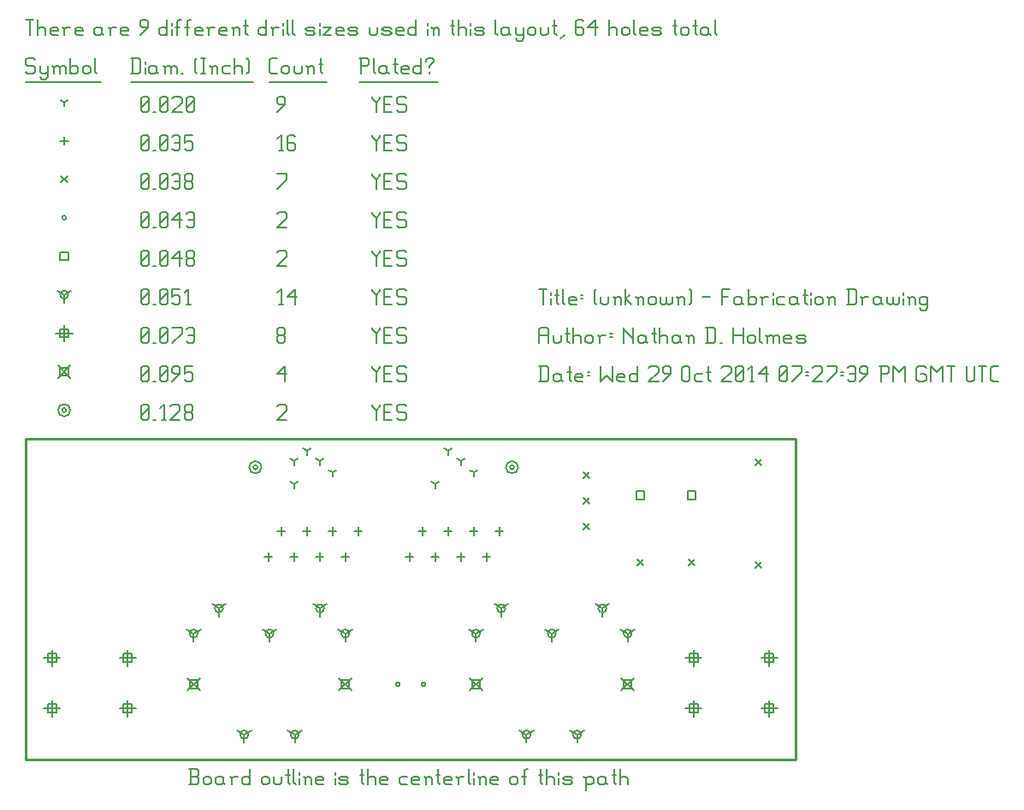
<source format=gbr>
G04 start of page 12 for group -3984 idx -3984 *
G04 Title: (unknown), fab *
G04 Creator: pcb 20110918 *
G04 CreationDate: Wed 29 Oct 2014 07:27:39 PM GMT UTC *
G04 For: ndholmes *
G04 Format: Gerber/RS-274X *
G04 PCB-Dimensions: 300000 125000 *
G04 PCB-Coordinate-Origin: lower left *
%MOIN*%
%FSLAX25Y25*%
%LNFAB*%
%ADD90C,0.0100*%
%ADD89C,0.0060*%
%ADD88C,0.0080*%
G54D88*X188700Y114000D02*G75*G03X190300Y114000I800J0D01*G01*
G75*G03X188700Y114000I-800J0D01*G01*
X187100D02*G75*G03X191900Y114000I2400J0D01*G01*
G75*G03X187100Y114000I-2400J0D01*G01*
X88700D02*G75*G03X90300Y114000I800J0D01*G01*
G75*G03X88700Y114000I-800J0D01*G01*
X87100D02*G75*G03X91900Y114000I2400J0D01*G01*
G75*G03X87100Y114000I-2400J0D01*G01*
X14200Y136250D02*G75*G03X15800Y136250I800J0D01*G01*
G75*G03X14200Y136250I-800J0D01*G01*
X12600D02*G75*G03X17400Y136250I2400J0D01*G01*
G75*G03X12600Y136250I-2400J0D01*G01*
G54D89*X135000Y138500D02*Y137750D01*
X136500Y136250D01*
X138000Y137750D01*
Y138500D02*Y137750D01*
X136500Y136250D02*Y132500D01*
X139800Y135500D02*X142050D01*
X139800Y132500D02*X142800D01*
X139800Y138500D02*Y132500D01*
Y138500D02*X142800D01*
X147600D02*X148350Y137750D01*
X145350Y138500D02*X147600D01*
X144600Y137750D02*X145350Y138500D01*
X144600Y137750D02*Y136250D01*
X145350Y135500D01*
X147600D01*
X148350Y134750D01*
Y133250D01*
X147600Y132500D02*X148350Y133250D01*
X145350Y132500D02*X147600D01*
X144600Y133250D02*X145350Y132500D01*
X98000Y137750D02*X98750Y138500D01*
X101000D01*
X101750Y137750D01*
Y136250D01*
X98000Y132500D02*X101750Y136250D01*
X98000Y132500D02*X101750D01*
X45000Y133250D02*X45750Y132500D01*
X45000Y137750D02*Y133250D01*
Y137750D02*X45750Y138500D01*
X47250D01*
X48000Y137750D01*
Y133250D01*
X47250Y132500D02*X48000Y133250D01*
X45750Y132500D02*X47250D01*
X45000Y134000D02*X48000Y137000D01*
X49800Y132500D02*X50550D01*
X53100D02*X54600D01*
X53850Y138500D02*Y132500D01*
X52350Y137000D02*X53850Y138500D01*
X56400Y137750D02*X57150Y138500D01*
X59400D01*
X60150Y137750D01*
Y136250D01*
X56400Y132500D02*X60150Y136250D01*
X56400Y132500D02*X60150D01*
X61950Y133250D02*X62700Y132500D01*
X61950Y134750D02*Y133250D01*
Y134750D02*X62700Y135500D01*
X64200D01*
X64950Y134750D01*
Y133250D01*
X64200Y132500D02*X64950Y133250D01*
X62700Y132500D02*X64200D01*
X61950Y136250D02*X62700Y135500D01*
X61950Y137750D02*Y136250D01*
Y137750D02*X62700Y138500D01*
X64200D01*
X64950Y137750D01*
Y136250D01*
X64200Y135500D02*X64950Y136250D01*
X122150Y31900D02*X126950Y27100D01*
X122150D02*X126950Y31900D01*
X122950Y31100D02*X126150D01*
X122950D02*Y27900D01*
X126150D01*
Y31100D02*Y27900D01*
X63050Y31900D02*X67850Y27100D01*
X63050D02*X67850Y31900D01*
X63850Y31100D02*X67050D01*
X63850D02*Y27900D01*
X67050D01*
Y31100D02*Y27900D01*
X232150Y31900D02*X236950Y27100D01*
X232150D02*X236950Y31900D01*
X232950Y31100D02*X236150D01*
X232950D02*Y27900D01*
X236150D01*
Y31100D02*Y27900D01*
X173050Y31900D02*X177850Y27100D01*
X173050D02*X177850Y31900D01*
X173850Y31100D02*X177050D01*
X173850D02*Y27900D01*
X177050D01*
Y31100D02*Y27900D01*
X12600Y153650D02*X17400Y148850D01*
X12600D02*X17400Y153650D01*
X13400Y152850D02*X16600D01*
X13400D02*Y149650D01*
X16600D01*
Y152850D02*Y149650D01*
X135000Y153500D02*Y152750D01*
X136500Y151250D01*
X138000Y152750D01*
Y153500D02*Y152750D01*
X136500Y151250D02*Y147500D01*
X139800Y150500D02*X142050D01*
X139800Y147500D02*X142800D01*
X139800Y153500D02*Y147500D01*
Y153500D02*X142800D01*
X147600D02*X148350Y152750D01*
X145350Y153500D02*X147600D01*
X144600Y152750D02*X145350Y153500D01*
X144600Y152750D02*Y151250D01*
X145350Y150500D01*
X147600D01*
X148350Y149750D01*
Y148250D01*
X147600Y147500D02*X148350Y148250D01*
X145350Y147500D02*X147600D01*
X144600Y148250D02*X145350Y147500D01*
X98000Y150500D02*X101000Y153500D01*
X98000Y150500D02*X101750D01*
X101000Y153500D02*Y147500D01*
X45000Y148250D02*X45750Y147500D01*
X45000Y152750D02*Y148250D01*
Y152750D02*X45750Y153500D01*
X47250D01*
X48000Y152750D01*
Y148250D01*
X47250Y147500D02*X48000Y148250D01*
X45750Y147500D02*X47250D01*
X45000Y149000D02*X48000Y152000D01*
X49800Y147500D02*X50550D01*
X52350Y148250D02*X53100Y147500D01*
X52350Y152750D02*Y148250D01*
Y152750D02*X53100Y153500D01*
X54600D01*
X55350Y152750D01*
Y148250D01*
X54600Y147500D02*X55350Y148250D01*
X53100Y147500D02*X54600D01*
X52350Y149000D02*X55350Y152000D01*
X57150Y147500D02*X60150Y150500D01*
Y152750D02*Y150500D01*
X59400Y153500D02*X60150Y152750D01*
X57900Y153500D02*X59400D01*
X57150Y152750D02*X57900Y153500D01*
X57150Y152750D02*Y151250D01*
X57900Y150500D01*
X60150D01*
X61950Y153500D02*X64950D01*
X61950D02*Y150500D01*
X62700Y151250D01*
X64200D01*
X64950Y150500D01*
Y148250D01*
X64200Y147500D02*X64950Y148250D01*
X62700Y147500D02*X64200D01*
X61950Y148250D02*X62700Y147500D01*
X10250Y23200D02*Y16800D01*
X7050Y20000D02*X13450D01*
X8650Y21600D02*X11850D01*
X8650D02*Y18400D01*
X11850D01*
Y21600D02*Y18400D01*
X10250Y42900D02*Y36500D01*
X7050Y39700D02*X13450D01*
X8650Y41300D02*X11850D01*
X8650D02*Y38100D01*
X11850D01*
Y41300D02*Y38100D01*
X39750Y23200D02*Y16800D01*
X36550Y20000D02*X42950D01*
X38150Y21600D02*X41350D01*
X38150D02*Y18400D01*
X41350D01*
Y21600D02*Y18400D01*
X39750Y42900D02*Y36500D01*
X36550Y39700D02*X42950D01*
X38150Y41300D02*X41350D01*
X38150D02*Y38100D01*
X41350D01*
Y41300D02*Y38100D01*
X260250Y23200D02*Y16800D01*
X257050Y20000D02*X263450D01*
X258650Y21600D02*X261850D01*
X258650D02*Y18400D01*
X261850D01*
Y21600D02*Y18400D01*
X260250Y42900D02*Y36500D01*
X257050Y39700D02*X263450D01*
X258650Y41300D02*X261850D01*
X258650D02*Y38100D01*
X261850D01*
Y41300D02*Y38100D01*
X289750Y23200D02*Y16800D01*
X286550Y20000D02*X292950D01*
X288150Y21600D02*X291350D01*
X288150D02*Y18400D01*
X291350D01*
Y21600D02*Y18400D01*
X289750Y42900D02*Y36500D01*
X286550Y39700D02*X292950D01*
X288150Y41300D02*X291350D01*
X288150D02*Y38100D01*
X291350D01*
Y41300D02*Y38100D01*
X15000Y169450D02*Y163050D01*
X11800Y166250D02*X18200D01*
X13400Y167850D02*X16600D01*
X13400D02*Y164650D01*
X16600D01*
Y167850D02*Y164650D01*
X135000Y168500D02*Y167750D01*
X136500Y166250D01*
X138000Y167750D01*
Y168500D02*Y167750D01*
X136500Y166250D02*Y162500D01*
X139800Y165500D02*X142050D01*
X139800Y162500D02*X142800D01*
X139800Y168500D02*Y162500D01*
Y168500D02*X142800D01*
X147600D02*X148350Y167750D01*
X145350Y168500D02*X147600D01*
X144600Y167750D02*X145350Y168500D01*
X144600Y167750D02*Y166250D01*
X145350Y165500D01*
X147600D01*
X148350Y164750D01*
Y163250D01*
X147600Y162500D02*X148350Y163250D01*
X145350Y162500D02*X147600D01*
X144600Y163250D02*X145350Y162500D01*
X98000Y163250D02*X98750Y162500D01*
X98000Y164750D02*Y163250D01*
Y164750D02*X98750Y165500D01*
X100250D01*
X101000Y164750D01*
Y163250D01*
X100250Y162500D02*X101000Y163250D01*
X98750Y162500D02*X100250D01*
X98000Y166250D02*X98750Y165500D01*
X98000Y167750D02*Y166250D01*
Y167750D02*X98750Y168500D01*
X100250D01*
X101000Y167750D01*
Y166250D01*
X100250Y165500D02*X101000Y166250D01*
X45000Y163250D02*X45750Y162500D01*
X45000Y167750D02*Y163250D01*
Y167750D02*X45750Y168500D01*
X47250D01*
X48000Y167750D01*
Y163250D01*
X47250Y162500D02*X48000Y163250D01*
X45750Y162500D02*X47250D01*
X45000Y164000D02*X48000Y167000D01*
X49800Y162500D02*X50550D01*
X52350Y163250D02*X53100Y162500D01*
X52350Y167750D02*Y163250D01*
Y167750D02*X53100Y168500D01*
X54600D01*
X55350Y167750D01*
Y163250D01*
X54600Y162500D02*X55350Y163250D01*
X53100Y162500D02*X54600D01*
X52350Y164000D02*X55350Y167000D01*
X57150Y162500D02*X60900Y166250D01*
Y168500D02*Y166250D01*
X57150Y168500D02*X60900D01*
X62700Y167750D02*X63450Y168500D01*
X64950D01*
X65700Y167750D01*
Y163250D01*
X64950Y162500D02*X65700Y163250D01*
X63450Y162500D02*X64950D01*
X62700Y163250D02*X63450Y162500D01*
Y165500D02*X65700D01*
X104850Y9800D02*Y6600D01*
Y9800D02*X107623Y11400D01*
X104850Y9800D02*X102077Y11400D01*
X103250Y9800D02*G75*G03X106450Y9800I1600J0D01*G01*
G75*G03X103250Y9800I-1600J0D01*G01*
X85150D02*Y6600D01*
Y9800D02*X87923Y11400D01*
X85150Y9800D02*X82377Y11400D01*
X83550Y9800D02*G75*G03X86750Y9800I1600J0D01*G01*
G75*G03X83550Y9800I-1600J0D01*G01*
X124550Y49200D02*Y46000D01*
Y49200D02*X127323Y50800D01*
X124550Y49200D02*X121777Y50800D01*
X122950Y49200D02*G75*G03X126150Y49200I1600J0D01*G01*
G75*G03X122950Y49200I-1600J0D01*G01*
X95000D02*Y46000D01*
Y49200D02*X97773Y50800D01*
X95000Y49200D02*X92227Y50800D01*
X93400Y49200D02*G75*G03X96600Y49200I1600J0D01*G01*
G75*G03X93400Y49200I-1600J0D01*G01*
X65450D02*Y46000D01*
Y49200D02*X68223Y50800D01*
X65450Y49200D02*X62677Y50800D01*
X63850Y49200D02*G75*G03X67050Y49200I1600J0D01*G01*
G75*G03X63850Y49200I-1600J0D01*G01*
X114700Y59000D02*Y55800D01*
Y59000D02*X117473Y60600D01*
X114700Y59000D02*X111927Y60600D01*
X113100Y59000D02*G75*G03X116300Y59000I1600J0D01*G01*
G75*G03X113100Y59000I-1600J0D01*G01*
X75300D02*Y55800D01*
Y59000D02*X78073Y60600D01*
X75300Y59000D02*X72527Y60600D01*
X73700Y59000D02*G75*G03X76900Y59000I1600J0D01*G01*
G75*G03X73700Y59000I-1600J0D01*G01*
X214850Y9800D02*Y6600D01*
Y9800D02*X217623Y11400D01*
X214850Y9800D02*X212077Y11400D01*
X213250Y9800D02*G75*G03X216450Y9800I1600J0D01*G01*
G75*G03X213250Y9800I-1600J0D01*G01*
X195150D02*Y6600D01*
Y9800D02*X197923Y11400D01*
X195150Y9800D02*X192377Y11400D01*
X193550Y9800D02*G75*G03X196750Y9800I1600J0D01*G01*
G75*G03X193550Y9800I-1600J0D01*G01*
X234550Y49200D02*Y46000D01*
Y49200D02*X237323Y50800D01*
X234550Y49200D02*X231777Y50800D01*
X232950Y49200D02*G75*G03X236150Y49200I1600J0D01*G01*
G75*G03X232950Y49200I-1600J0D01*G01*
X205000D02*Y46000D01*
Y49200D02*X207773Y50800D01*
X205000Y49200D02*X202227Y50800D01*
X203400Y49200D02*G75*G03X206600Y49200I1600J0D01*G01*
G75*G03X203400Y49200I-1600J0D01*G01*
X175450D02*Y46000D01*
Y49200D02*X178223Y50800D01*
X175450Y49200D02*X172677Y50800D01*
X173850Y49200D02*G75*G03X177050Y49200I1600J0D01*G01*
G75*G03X173850Y49200I-1600J0D01*G01*
X224700Y59000D02*Y55800D01*
Y59000D02*X227473Y60600D01*
X224700Y59000D02*X221927Y60600D01*
X223100Y59000D02*G75*G03X226300Y59000I1600J0D01*G01*
G75*G03X223100Y59000I-1600J0D01*G01*
X185300D02*Y55800D01*
Y59000D02*X188073Y60600D01*
X185300Y59000D02*X182527Y60600D01*
X183700Y59000D02*G75*G03X186900Y59000I1600J0D01*G01*
G75*G03X183700Y59000I-1600J0D01*G01*
X15000Y181250D02*Y178050D01*
Y181250D02*X17773Y182850D01*
X15000Y181250D02*X12227Y182850D01*
X13400Y181250D02*G75*G03X16600Y181250I1600J0D01*G01*
G75*G03X13400Y181250I-1600J0D01*G01*
X135000Y183500D02*Y182750D01*
X136500Y181250D01*
X138000Y182750D01*
Y183500D02*Y182750D01*
X136500Y181250D02*Y177500D01*
X139800Y180500D02*X142050D01*
X139800Y177500D02*X142800D01*
X139800Y183500D02*Y177500D01*
Y183500D02*X142800D01*
X147600D02*X148350Y182750D01*
X145350Y183500D02*X147600D01*
X144600Y182750D02*X145350Y183500D01*
X144600Y182750D02*Y181250D01*
X145350Y180500D01*
X147600D01*
X148350Y179750D01*
Y178250D01*
X147600Y177500D02*X148350Y178250D01*
X145350Y177500D02*X147600D01*
X144600Y178250D02*X145350Y177500D01*
X98750D02*X100250D01*
X99500Y183500D02*Y177500D01*
X98000Y182000D02*X99500Y183500D01*
X102050Y180500D02*X105050Y183500D01*
X102050Y180500D02*X105800D01*
X105050Y183500D02*Y177500D01*
X45000Y178250D02*X45750Y177500D01*
X45000Y182750D02*Y178250D01*
Y182750D02*X45750Y183500D01*
X47250D01*
X48000Y182750D01*
Y178250D01*
X47250Y177500D02*X48000Y178250D01*
X45750Y177500D02*X47250D01*
X45000Y179000D02*X48000Y182000D01*
X49800Y177500D02*X50550D01*
X52350Y178250D02*X53100Y177500D01*
X52350Y182750D02*Y178250D01*
Y182750D02*X53100Y183500D01*
X54600D01*
X55350Y182750D01*
Y178250D01*
X54600Y177500D02*X55350Y178250D01*
X53100Y177500D02*X54600D01*
X52350Y179000D02*X55350Y182000D01*
X57150Y183500D02*X60150D01*
X57150D02*Y180500D01*
X57900Y181250D01*
X59400D01*
X60150Y180500D01*
Y178250D01*
X59400Y177500D02*X60150Y178250D01*
X57900Y177500D02*X59400D01*
X57150Y178250D02*X57900Y177500D01*
X62700D02*X64200D01*
X63450Y183500D02*Y177500D01*
X61950Y182000D02*X63450Y183500D01*
X257900Y104600D02*X261100D01*
X257900D02*Y101400D01*
X261100D01*
Y104600D02*Y101400D01*
X237900Y104600D02*X241100D01*
X237900D02*Y101400D01*
X241100D01*
Y104600D02*Y101400D01*
X13400Y197850D02*X16600D01*
X13400D02*Y194650D01*
X16600D01*
Y197850D02*Y194650D01*
X135000Y198500D02*Y197750D01*
X136500Y196250D01*
X138000Y197750D01*
Y198500D02*Y197750D01*
X136500Y196250D02*Y192500D01*
X139800Y195500D02*X142050D01*
X139800Y192500D02*X142800D01*
X139800Y198500D02*Y192500D01*
Y198500D02*X142800D01*
X147600D02*X148350Y197750D01*
X145350Y198500D02*X147600D01*
X144600Y197750D02*X145350Y198500D01*
X144600Y197750D02*Y196250D01*
X145350Y195500D01*
X147600D01*
X148350Y194750D01*
Y193250D01*
X147600Y192500D02*X148350Y193250D01*
X145350Y192500D02*X147600D01*
X144600Y193250D02*X145350Y192500D01*
X98000Y197750D02*X98750Y198500D01*
X101000D01*
X101750Y197750D01*
Y196250D01*
X98000Y192500D02*X101750Y196250D01*
X98000Y192500D02*X101750D01*
X45000Y193250D02*X45750Y192500D01*
X45000Y197750D02*Y193250D01*
Y197750D02*X45750Y198500D01*
X47250D01*
X48000Y197750D01*
Y193250D01*
X47250Y192500D02*X48000Y193250D01*
X45750Y192500D02*X47250D01*
X45000Y194000D02*X48000Y197000D01*
X49800Y192500D02*X50550D01*
X52350Y193250D02*X53100Y192500D01*
X52350Y197750D02*Y193250D01*
Y197750D02*X53100Y198500D01*
X54600D01*
X55350Y197750D01*
Y193250D01*
X54600Y192500D02*X55350Y193250D01*
X53100Y192500D02*X54600D01*
X52350Y194000D02*X55350Y197000D01*
X57150Y195500D02*X60150Y198500D01*
X57150Y195500D02*X60900D01*
X60150Y198500D02*Y192500D01*
X62700Y193250D02*X63450Y192500D01*
X62700Y194750D02*Y193250D01*
Y194750D02*X63450Y195500D01*
X64950D01*
X65700Y194750D01*
Y193250D01*
X64950Y192500D02*X65700Y193250D01*
X63450Y192500D02*X64950D01*
X62700Y196250D02*X63450Y195500D01*
X62700Y197750D02*Y196250D01*
Y197750D02*X63450Y198500D01*
X64950D01*
X65700Y197750D01*
Y196250D01*
X64950Y195500D02*X65700Y196250D01*
X144200Y29500D02*G75*G03X145800Y29500I800J0D01*G01*
G75*G03X144200Y29500I-800J0D01*G01*
X154200D02*G75*G03X155800Y29500I800J0D01*G01*
G75*G03X154200Y29500I-800J0D01*G01*
X14200Y211250D02*G75*G03X15800Y211250I800J0D01*G01*
G75*G03X14200Y211250I-800J0D01*G01*
X135000Y213500D02*Y212750D01*
X136500Y211250D01*
X138000Y212750D01*
Y213500D02*Y212750D01*
X136500Y211250D02*Y207500D01*
X139800Y210500D02*X142050D01*
X139800Y207500D02*X142800D01*
X139800Y213500D02*Y207500D01*
Y213500D02*X142800D01*
X147600D02*X148350Y212750D01*
X145350Y213500D02*X147600D01*
X144600Y212750D02*X145350Y213500D01*
X144600Y212750D02*Y211250D01*
X145350Y210500D01*
X147600D01*
X148350Y209750D01*
Y208250D01*
X147600Y207500D02*X148350Y208250D01*
X145350Y207500D02*X147600D01*
X144600Y208250D02*X145350Y207500D01*
X98000Y212750D02*X98750Y213500D01*
X101000D01*
X101750Y212750D01*
Y211250D01*
X98000Y207500D02*X101750Y211250D01*
X98000Y207500D02*X101750D01*
X45000Y208250D02*X45750Y207500D01*
X45000Y212750D02*Y208250D01*
Y212750D02*X45750Y213500D01*
X47250D01*
X48000Y212750D01*
Y208250D01*
X47250Y207500D02*X48000Y208250D01*
X45750Y207500D02*X47250D01*
X45000Y209000D02*X48000Y212000D01*
X49800Y207500D02*X50550D01*
X52350Y208250D02*X53100Y207500D01*
X52350Y212750D02*Y208250D01*
Y212750D02*X53100Y213500D01*
X54600D01*
X55350Y212750D01*
Y208250D01*
X54600Y207500D02*X55350Y208250D01*
X53100Y207500D02*X54600D01*
X52350Y209000D02*X55350Y212000D01*
X57150Y210500D02*X60150Y213500D01*
X57150Y210500D02*X60900D01*
X60150Y213500D02*Y207500D01*
X62700Y212750D02*X63450Y213500D01*
X64950D01*
X65700Y212750D01*
Y208250D01*
X64950Y207500D02*X65700Y208250D01*
X63450Y207500D02*X64950D01*
X62700Y208250D02*X63450Y207500D01*
Y210500D02*X65700D01*
X284300Y77200D02*X286700Y74800D01*
X284300D02*X286700Y77200D01*
X284300Y117200D02*X286700Y114800D01*
X284300D02*X286700Y117200D01*
X258300Y78200D02*X260700Y75800D01*
X258300D02*X260700Y78200D01*
X238300D02*X240700Y75800D01*
X238300D02*X240700Y78200D01*
X217300Y112200D02*X219700Y109800D01*
X217300D02*X219700Y112200D01*
X217300Y102200D02*X219700Y99800D01*
X217300D02*X219700Y102200D01*
X217300Y92200D02*X219700Y89800D01*
X217300D02*X219700Y92200D01*
X13800Y227450D02*X16200Y225050D01*
X13800D02*X16200Y227450D01*
X135000Y228500D02*Y227750D01*
X136500Y226250D01*
X138000Y227750D01*
Y228500D02*Y227750D01*
X136500Y226250D02*Y222500D01*
X139800Y225500D02*X142050D01*
X139800Y222500D02*X142800D01*
X139800Y228500D02*Y222500D01*
Y228500D02*X142800D01*
X147600D02*X148350Y227750D01*
X145350Y228500D02*X147600D01*
X144600Y227750D02*X145350Y228500D01*
X144600Y227750D02*Y226250D01*
X145350Y225500D01*
X147600D01*
X148350Y224750D01*
Y223250D01*
X147600Y222500D02*X148350Y223250D01*
X145350Y222500D02*X147600D01*
X144600Y223250D02*X145350Y222500D01*
X98000D02*X101750Y226250D01*
Y228500D02*Y226250D01*
X98000Y228500D02*X101750D01*
X45000Y223250D02*X45750Y222500D01*
X45000Y227750D02*Y223250D01*
Y227750D02*X45750Y228500D01*
X47250D01*
X48000Y227750D01*
Y223250D01*
X47250Y222500D02*X48000Y223250D01*
X45750Y222500D02*X47250D01*
X45000Y224000D02*X48000Y227000D01*
X49800Y222500D02*X50550D01*
X52350Y223250D02*X53100Y222500D01*
X52350Y227750D02*Y223250D01*
Y227750D02*X53100Y228500D01*
X54600D01*
X55350Y227750D01*
Y223250D01*
X54600Y222500D02*X55350Y223250D01*
X53100Y222500D02*X54600D01*
X52350Y224000D02*X55350Y227000D01*
X57150Y227750D02*X57900Y228500D01*
X59400D01*
X60150Y227750D01*
Y223250D01*
X59400Y222500D02*X60150Y223250D01*
X57900Y222500D02*X59400D01*
X57150Y223250D02*X57900Y222500D01*
Y225500D02*X60150D01*
X61950Y223250D02*X62700Y222500D01*
X61950Y224750D02*Y223250D01*
Y224750D02*X62700Y225500D01*
X64200D01*
X64950Y224750D01*
Y223250D01*
X64200Y222500D02*X64950Y223250D01*
X62700Y222500D02*X64200D01*
X61950Y226250D02*X62700Y225500D01*
X61950Y227750D02*Y226250D01*
Y227750D02*X62700Y228500D01*
X64200D01*
X64950Y227750D01*
Y226250D01*
X64200Y225500D02*X64950Y226250D01*
X184500Y90600D02*Y87400D01*
X182900Y89000D02*X186100D01*
X179500Y80600D02*Y77400D01*
X177900Y79000D02*X181100D01*
X174500Y90600D02*Y87400D01*
X172900Y89000D02*X176100D01*
X169500Y80600D02*Y77400D01*
X167900Y79000D02*X171100D01*
X164500Y90600D02*Y87400D01*
X162900Y89000D02*X166100D01*
X159500Y80600D02*Y77400D01*
X157900Y79000D02*X161100D01*
X154500Y90600D02*Y87400D01*
X152900Y89000D02*X156100D01*
X149500Y80600D02*Y77400D01*
X147900Y79000D02*X151100D01*
X129500Y90600D02*Y87400D01*
X127900Y89000D02*X131100D01*
X124500Y80600D02*Y77400D01*
X122900Y79000D02*X126100D01*
X119500Y90600D02*Y87400D01*
X117900Y89000D02*X121100D01*
X114500Y80600D02*Y77400D01*
X112900Y79000D02*X116100D01*
X109500Y90600D02*Y87400D01*
X107900Y89000D02*X111100D01*
X104500Y80600D02*Y77400D01*
X102900Y79000D02*X106100D01*
X99500Y90600D02*Y87400D01*
X97900Y89000D02*X101100D01*
X94500Y80600D02*Y77400D01*
X92900Y79000D02*X96100D01*
X15000Y242850D02*Y239650D01*
X13400Y241250D02*X16600D01*
X135000Y243500D02*Y242750D01*
X136500Y241250D01*
X138000Y242750D01*
Y243500D02*Y242750D01*
X136500Y241250D02*Y237500D01*
X139800Y240500D02*X142050D01*
X139800Y237500D02*X142800D01*
X139800Y243500D02*Y237500D01*
Y243500D02*X142800D01*
X147600D02*X148350Y242750D01*
X145350Y243500D02*X147600D01*
X144600Y242750D02*X145350Y243500D01*
X144600Y242750D02*Y241250D01*
X145350Y240500D01*
X147600D01*
X148350Y239750D01*
Y238250D01*
X147600Y237500D02*X148350Y238250D01*
X145350Y237500D02*X147600D01*
X144600Y238250D02*X145350Y237500D01*
X98750D02*X100250D01*
X99500Y243500D02*Y237500D01*
X98000Y242000D02*X99500Y243500D01*
X104300D02*X105050Y242750D01*
X102800Y243500D02*X104300D01*
X102050Y242750D02*X102800Y243500D01*
X102050Y242750D02*Y238250D01*
X102800Y237500D01*
X104300Y240500D02*X105050Y239750D01*
X102050Y240500D02*X104300D01*
X102800Y237500D02*X104300D01*
X105050Y238250D01*
Y239750D02*Y238250D01*
X45000D02*X45750Y237500D01*
X45000Y242750D02*Y238250D01*
Y242750D02*X45750Y243500D01*
X47250D01*
X48000Y242750D01*
Y238250D01*
X47250Y237500D02*X48000Y238250D01*
X45750Y237500D02*X47250D01*
X45000Y239000D02*X48000Y242000D01*
X49800Y237500D02*X50550D01*
X52350Y238250D02*X53100Y237500D01*
X52350Y242750D02*Y238250D01*
Y242750D02*X53100Y243500D01*
X54600D01*
X55350Y242750D01*
Y238250D01*
X54600Y237500D02*X55350Y238250D01*
X53100Y237500D02*X54600D01*
X52350Y239000D02*X55350Y242000D01*
X57150Y242750D02*X57900Y243500D01*
X59400D01*
X60150Y242750D01*
Y238250D01*
X59400Y237500D02*X60150Y238250D01*
X57900Y237500D02*X59400D01*
X57150Y238250D02*X57900Y237500D01*
Y240500D02*X60150D01*
X61950Y243500D02*X64950D01*
X61950D02*Y240500D01*
X62700Y241250D01*
X64200D01*
X64950Y240500D01*
Y238250D01*
X64200Y237500D02*X64950Y238250D01*
X62700Y237500D02*X64200D01*
X61950Y238250D02*X62700Y237500D01*
X109500Y120500D02*Y118900D01*
Y120500D02*X110887Y121300D01*
X109500Y120500D02*X108113Y121300D01*
X164500Y120500D02*Y118900D01*
Y120500D02*X165887Y121300D01*
X164500Y120500D02*X163113Y121300D01*
X114500Y116500D02*Y114900D01*
Y116500D02*X115887Y117300D01*
X114500Y116500D02*X113113Y117300D01*
X169500Y116500D02*Y114900D01*
Y116500D02*X170887Y117300D01*
X169500Y116500D02*X168113Y117300D01*
X119500Y112000D02*Y110400D01*
Y112000D02*X120887Y112800D01*
X119500Y112000D02*X118113Y112800D01*
X174500Y112000D02*Y110400D01*
Y112000D02*X175887Y112800D01*
X174500Y112000D02*X173113Y112800D01*
X159500Y107500D02*Y105900D01*
Y107500D02*X160887Y108300D01*
X159500Y107500D02*X158113Y108300D01*
X104500Y107500D02*Y105900D01*
Y107500D02*X105887Y108300D01*
X104500Y107500D02*X103113Y108300D01*
X104500Y116500D02*Y114900D01*
Y116500D02*X105887Y117300D01*
X104500Y116500D02*X103113Y117300D01*
X15000Y256250D02*Y254650D01*
Y256250D02*X16387Y257050D01*
X15000Y256250D02*X13613Y257050D01*
X135000Y258500D02*Y257750D01*
X136500Y256250D01*
X138000Y257750D01*
Y258500D02*Y257750D01*
X136500Y256250D02*Y252500D01*
X139800Y255500D02*X142050D01*
X139800Y252500D02*X142800D01*
X139800Y258500D02*Y252500D01*
Y258500D02*X142800D01*
X147600D02*X148350Y257750D01*
X145350Y258500D02*X147600D01*
X144600Y257750D02*X145350Y258500D01*
X144600Y257750D02*Y256250D01*
X145350Y255500D01*
X147600D01*
X148350Y254750D01*
Y253250D01*
X147600Y252500D02*X148350Y253250D01*
X145350Y252500D02*X147600D01*
X144600Y253250D02*X145350Y252500D01*
X98000D02*X101000Y255500D01*
Y257750D02*Y255500D01*
X100250Y258500D02*X101000Y257750D01*
X98750Y258500D02*X100250D01*
X98000Y257750D02*X98750Y258500D01*
X98000Y257750D02*Y256250D01*
X98750Y255500D01*
X101000D01*
X45000Y253250D02*X45750Y252500D01*
X45000Y257750D02*Y253250D01*
Y257750D02*X45750Y258500D01*
X47250D01*
X48000Y257750D01*
Y253250D01*
X47250Y252500D02*X48000Y253250D01*
X45750Y252500D02*X47250D01*
X45000Y254000D02*X48000Y257000D01*
X49800Y252500D02*X50550D01*
X52350Y253250D02*X53100Y252500D01*
X52350Y257750D02*Y253250D01*
Y257750D02*X53100Y258500D01*
X54600D01*
X55350Y257750D01*
Y253250D01*
X54600Y252500D02*X55350Y253250D01*
X53100Y252500D02*X54600D01*
X52350Y254000D02*X55350Y257000D01*
X57150Y257750D02*X57900Y258500D01*
X60150D01*
X60900Y257750D01*
Y256250D01*
X57150Y252500D02*X60900Y256250D01*
X57150Y252500D02*X60900D01*
X62700Y253250D02*X63450Y252500D01*
X62700Y257750D02*Y253250D01*
Y257750D02*X63450Y258500D01*
X64950D01*
X65700Y257750D01*
Y253250D01*
X64950Y252500D02*X65700Y253250D01*
X63450Y252500D02*X64950D01*
X62700Y254000D02*X65700Y257000D01*
X3000Y273500D02*X3750Y272750D01*
X750Y273500D02*X3000D01*
X0Y272750D02*X750Y273500D01*
X0Y272750D02*Y271250D01*
X750Y270500D01*
X3000D01*
X3750Y269750D01*
Y268250D01*
X3000Y267500D02*X3750Y268250D01*
X750Y267500D02*X3000D01*
X0Y268250D02*X750Y267500D01*
X5550Y270500D02*Y268250D01*
X6300Y267500D01*
X8550Y270500D02*Y266000D01*
X7800Y265250D02*X8550Y266000D01*
X6300Y265250D02*X7800D01*
X5550Y266000D02*X6300Y265250D01*
Y267500D02*X7800D01*
X8550Y268250D01*
X11100Y269750D02*Y267500D01*
Y269750D02*X11850Y270500D01*
X12600D01*
X13350Y269750D01*
Y267500D01*
Y269750D02*X14100Y270500D01*
X14850D01*
X15600Y269750D01*
Y267500D01*
X10350Y270500D02*X11100Y269750D01*
X17400Y273500D02*Y267500D01*
Y268250D02*X18150Y267500D01*
X19650D01*
X20400Y268250D01*
Y269750D02*Y268250D01*
X19650Y270500D02*X20400Y269750D01*
X18150Y270500D02*X19650D01*
X17400Y269750D02*X18150Y270500D01*
X22200Y269750D02*Y268250D01*
Y269750D02*X22950Y270500D01*
X24450D01*
X25200Y269750D01*
Y268250D01*
X24450Y267500D02*X25200Y268250D01*
X22950Y267500D02*X24450D01*
X22200Y268250D02*X22950Y267500D01*
X27000Y273500D02*Y268250D01*
X27750Y267500D01*
X0Y264250D02*X29250D01*
X41750Y273500D02*Y267500D01*
X44000Y273500D02*X44750Y272750D01*
Y268250D01*
X44000Y267500D02*X44750Y268250D01*
X41000Y267500D02*X44000D01*
X41000Y273500D02*X44000D01*
X46550Y272000D02*Y271250D01*
Y269750D02*Y267500D01*
X50300Y270500D02*X51050Y269750D01*
X48800Y270500D02*X50300D01*
X48050Y269750D02*X48800Y270500D01*
X48050Y269750D02*Y268250D01*
X48800Y267500D01*
X51050Y270500D02*Y268250D01*
X51800Y267500D01*
X48800D02*X50300D01*
X51050Y268250D01*
X54350Y269750D02*Y267500D01*
Y269750D02*X55100Y270500D01*
X55850D01*
X56600Y269750D01*
Y267500D01*
Y269750D02*X57350Y270500D01*
X58100D01*
X58850Y269750D01*
Y267500D01*
X53600Y270500D02*X54350Y269750D01*
X60650Y267500D02*X61400D01*
X65900Y268250D02*X66650Y267500D01*
X65900Y272750D02*X66650Y273500D01*
X65900Y272750D02*Y268250D01*
X68450Y273500D02*X69950D01*
X69200D02*Y267500D01*
X68450D02*X69950D01*
X72500Y269750D02*Y267500D01*
Y269750D02*X73250Y270500D01*
X74000D01*
X74750Y269750D01*
Y267500D01*
X71750Y270500D02*X72500Y269750D01*
X77300Y270500D02*X79550D01*
X76550Y269750D02*X77300Y270500D01*
X76550Y269750D02*Y268250D01*
X77300Y267500D01*
X79550D01*
X81350Y273500D02*Y267500D01*
Y269750D02*X82100Y270500D01*
X83600D01*
X84350Y269750D01*
Y267500D01*
X86150Y273500D02*X86900Y272750D01*
Y268250D01*
X86150Y267500D02*X86900Y268250D01*
X41000Y264250D02*X88700D01*
X95750Y267500D02*X98000D01*
X95000Y268250D02*X95750Y267500D01*
X95000Y272750D02*Y268250D01*
Y272750D02*X95750Y273500D01*
X98000D01*
X99800Y269750D02*Y268250D01*
Y269750D02*X100550Y270500D01*
X102050D01*
X102800Y269750D01*
Y268250D01*
X102050Y267500D02*X102800Y268250D01*
X100550Y267500D02*X102050D01*
X99800Y268250D02*X100550Y267500D01*
X104600Y270500D02*Y268250D01*
X105350Y267500D01*
X106850D01*
X107600Y268250D01*
Y270500D02*Y268250D01*
X110150Y269750D02*Y267500D01*
Y269750D02*X110900Y270500D01*
X111650D01*
X112400Y269750D01*
Y267500D01*
X109400Y270500D02*X110150Y269750D01*
X114950Y273500D02*Y268250D01*
X115700Y267500D01*
X114200Y271250D02*X115700D01*
X95000Y264250D02*X117200D01*
X130750Y273500D02*Y267500D01*
X130000Y273500D02*X133000D01*
X133750Y272750D01*
Y271250D01*
X133000Y270500D02*X133750Y271250D01*
X130750Y270500D02*X133000D01*
X135550Y273500D02*Y268250D01*
X136300Y267500D01*
X140050Y270500D02*X140800Y269750D01*
X138550Y270500D02*X140050D01*
X137800Y269750D02*X138550Y270500D01*
X137800Y269750D02*Y268250D01*
X138550Y267500D01*
X140800Y270500D02*Y268250D01*
X141550Y267500D01*
X138550D02*X140050D01*
X140800Y268250D01*
X144100Y273500D02*Y268250D01*
X144850Y267500D01*
X143350Y271250D02*X144850D01*
X147100Y267500D02*X149350D01*
X146350Y268250D02*X147100Y267500D01*
X146350Y269750D02*Y268250D01*
Y269750D02*X147100Y270500D01*
X148600D01*
X149350Y269750D01*
X146350Y269000D02*X149350D01*
Y269750D02*Y269000D01*
X154150Y273500D02*Y267500D01*
X153400D02*X154150Y268250D01*
X151900Y267500D02*X153400D01*
X151150Y268250D02*X151900Y267500D01*
X151150Y269750D02*Y268250D01*
Y269750D02*X151900Y270500D01*
X153400D01*
X154150Y269750D01*
X157450Y270500D02*Y269750D01*
Y268250D02*Y267500D01*
X155950Y272750D02*Y272000D01*
Y272750D02*X156700Y273500D01*
X158200D01*
X158950Y272750D01*
Y272000D01*
X157450Y270500D02*X158950Y272000D01*
X130000Y264250D02*X160750D01*
X0Y288500D02*X3000D01*
X1500D02*Y282500D01*
X4800Y288500D02*Y282500D01*
Y284750D02*X5550Y285500D01*
X7050D01*
X7800Y284750D01*
Y282500D01*
X10350D02*X12600D01*
X9600Y283250D02*X10350Y282500D01*
X9600Y284750D02*Y283250D01*
Y284750D02*X10350Y285500D01*
X11850D01*
X12600Y284750D01*
X9600Y284000D02*X12600D01*
Y284750D02*Y284000D01*
X15150Y284750D02*Y282500D01*
Y284750D02*X15900Y285500D01*
X17400D01*
X14400D02*X15150Y284750D01*
X19950Y282500D02*X22200D01*
X19200Y283250D02*X19950Y282500D01*
X19200Y284750D02*Y283250D01*
Y284750D02*X19950Y285500D01*
X21450D01*
X22200Y284750D01*
X19200Y284000D02*X22200D01*
Y284750D02*Y284000D01*
X28950Y285500D02*X29700Y284750D01*
X27450Y285500D02*X28950D01*
X26700Y284750D02*X27450Y285500D01*
X26700Y284750D02*Y283250D01*
X27450Y282500D01*
X29700Y285500D02*Y283250D01*
X30450Y282500D01*
X27450D02*X28950D01*
X29700Y283250D01*
X33000Y284750D02*Y282500D01*
Y284750D02*X33750Y285500D01*
X35250D01*
X32250D02*X33000Y284750D01*
X37800Y282500D02*X40050D01*
X37050Y283250D02*X37800Y282500D01*
X37050Y284750D02*Y283250D01*
Y284750D02*X37800Y285500D01*
X39300D01*
X40050Y284750D01*
X37050Y284000D02*X40050D01*
Y284750D02*Y284000D01*
X44550Y282500D02*X47550Y285500D01*
Y287750D02*Y285500D01*
X46800Y288500D02*X47550Y287750D01*
X45300Y288500D02*X46800D01*
X44550Y287750D02*X45300Y288500D01*
X44550Y287750D02*Y286250D01*
X45300Y285500D01*
X47550D01*
X55050Y288500D02*Y282500D01*
X54300D02*X55050Y283250D01*
X52800Y282500D02*X54300D01*
X52050Y283250D02*X52800Y282500D01*
X52050Y284750D02*Y283250D01*
Y284750D02*X52800Y285500D01*
X54300D01*
X55050Y284750D01*
X56850Y287000D02*Y286250D01*
Y284750D02*Y282500D01*
X59100Y287750D02*Y282500D01*
Y287750D02*X59850Y288500D01*
X60600D01*
X58350Y285500D02*X59850D01*
X62850Y287750D02*Y282500D01*
Y287750D02*X63600Y288500D01*
X64350D01*
X62100Y285500D02*X63600D01*
X66600Y282500D02*X68850D01*
X65850Y283250D02*X66600Y282500D01*
X65850Y284750D02*Y283250D01*
Y284750D02*X66600Y285500D01*
X68100D01*
X68850Y284750D01*
X65850Y284000D02*X68850D01*
Y284750D02*Y284000D01*
X71400Y284750D02*Y282500D01*
Y284750D02*X72150Y285500D01*
X73650D01*
X70650D02*X71400Y284750D01*
X76200Y282500D02*X78450D01*
X75450Y283250D02*X76200Y282500D01*
X75450Y284750D02*Y283250D01*
Y284750D02*X76200Y285500D01*
X77700D01*
X78450Y284750D01*
X75450Y284000D02*X78450D01*
Y284750D02*Y284000D01*
X81000Y284750D02*Y282500D01*
Y284750D02*X81750Y285500D01*
X82500D01*
X83250Y284750D01*
Y282500D01*
X80250Y285500D02*X81000Y284750D01*
X85800Y288500D02*Y283250D01*
X86550Y282500D01*
X85050Y286250D02*X86550D01*
X93750Y288500D02*Y282500D01*
X93000D02*X93750Y283250D01*
X91500Y282500D02*X93000D01*
X90750Y283250D02*X91500Y282500D01*
X90750Y284750D02*Y283250D01*
Y284750D02*X91500Y285500D01*
X93000D01*
X93750Y284750D01*
X96300D02*Y282500D01*
Y284750D02*X97050Y285500D01*
X98550D01*
X95550D02*X96300Y284750D01*
X100350Y287000D02*Y286250D01*
Y284750D02*Y282500D01*
X101850Y288500D02*Y283250D01*
X102600Y282500D01*
X104100Y288500D02*Y283250D01*
X104850Y282500D01*
X109800D02*X112050D01*
X112800Y283250D01*
X112050Y284000D02*X112800Y283250D01*
X109800Y284000D02*X112050D01*
X109050Y284750D02*X109800Y284000D01*
X109050Y284750D02*X109800Y285500D01*
X112050D01*
X112800Y284750D01*
X109050Y283250D02*X109800Y282500D01*
X114600Y287000D02*Y286250D01*
Y284750D02*Y282500D01*
X116100Y285500D02*X119100D01*
X116100Y282500D02*X119100Y285500D01*
X116100Y282500D02*X119100D01*
X121650D02*X123900D01*
X120900Y283250D02*X121650Y282500D01*
X120900Y284750D02*Y283250D01*
Y284750D02*X121650Y285500D01*
X123150D01*
X123900Y284750D01*
X120900Y284000D02*X123900D01*
Y284750D02*Y284000D01*
X126450Y282500D02*X128700D01*
X129450Y283250D01*
X128700Y284000D02*X129450Y283250D01*
X126450Y284000D02*X128700D01*
X125700Y284750D02*X126450Y284000D01*
X125700Y284750D02*X126450Y285500D01*
X128700D01*
X129450Y284750D01*
X125700Y283250D02*X126450Y282500D01*
X133950Y285500D02*Y283250D01*
X134700Y282500D01*
X136200D01*
X136950Y283250D01*
Y285500D02*Y283250D01*
X139500Y282500D02*X141750D01*
X142500Y283250D01*
X141750Y284000D02*X142500Y283250D01*
X139500Y284000D02*X141750D01*
X138750Y284750D02*X139500Y284000D01*
X138750Y284750D02*X139500Y285500D01*
X141750D01*
X142500Y284750D01*
X138750Y283250D02*X139500Y282500D01*
X145050D02*X147300D01*
X144300Y283250D02*X145050Y282500D01*
X144300Y284750D02*Y283250D01*
Y284750D02*X145050Y285500D01*
X146550D01*
X147300Y284750D01*
X144300Y284000D02*X147300D01*
Y284750D02*Y284000D01*
X152100Y288500D02*Y282500D01*
X151350D02*X152100Y283250D01*
X149850Y282500D02*X151350D01*
X149100Y283250D02*X149850Y282500D01*
X149100Y284750D02*Y283250D01*
Y284750D02*X149850Y285500D01*
X151350D01*
X152100Y284750D01*
X156600Y287000D02*Y286250D01*
Y284750D02*Y282500D01*
X158850Y284750D02*Y282500D01*
Y284750D02*X159600Y285500D01*
X160350D01*
X161100Y284750D01*
Y282500D01*
X158100Y285500D02*X158850Y284750D01*
X166350Y288500D02*Y283250D01*
X167100Y282500D01*
X165600Y286250D02*X167100D01*
X168600Y288500D02*Y282500D01*
Y284750D02*X169350Y285500D01*
X170850D01*
X171600Y284750D01*
Y282500D01*
X173400Y287000D02*Y286250D01*
Y284750D02*Y282500D01*
X175650D02*X177900D01*
X178650Y283250D01*
X177900Y284000D02*X178650Y283250D01*
X175650Y284000D02*X177900D01*
X174900Y284750D02*X175650Y284000D01*
X174900Y284750D02*X175650Y285500D01*
X177900D01*
X178650Y284750D01*
X174900Y283250D02*X175650Y282500D01*
X183150Y288500D02*Y283250D01*
X183900Y282500D01*
X187650Y285500D02*X188400Y284750D01*
X186150Y285500D02*X187650D01*
X185400Y284750D02*X186150Y285500D01*
X185400Y284750D02*Y283250D01*
X186150Y282500D01*
X188400Y285500D02*Y283250D01*
X189150Y282500D01*
X186150D02*X187650D01*
X188400Y283250D01*
X190950Y285500D02*Y283250D01*
X191700Y282500D01*
X193950Y285500D02*Y281000D01*
X193200Y280250D02*X193950Y281000D01*
X191700Y280250D02*X193200D01*
X190950Y281000D02*X191700Y280250D01*
Y282500D02*X193200D01*
X193950Y283250D01*
X195750Y284750D02*Y283250D01*
Y284750D02*X196500Y285500D01*
X198000D01*
X198750Y284750D01*
Y283250D01*
X198000Y282500D02*X198750Y283250D01*
X196500Y282500D02*X198000D01*
X195750Y283250D02*X196500Y282500D01*
X200550Y285500D02*Y283250D01*
X201300Y282500D01*
X202800D01*
X203550Y283250D01*
Y285500D02*Y283250D01*
X206100Y288500D02*Y283250D01*
X206850Y282500D01*
X205350Y286250D02*X206850D01*
X208350Y281000D02*X209850Y282500D01*
X216600Y288500D02*X217350Y287750D01*
X215100Y288500D02*X216600D01*
X214350Y287750D02*X215100Y288500D01*
X214350Y287750D02*Y283250D01*
X215100Y282500D01*
X216600Y285500D02*X217350Y284750D01*
X214350Y285500D02*X216600D01*
X215100Y282500D02*X216600D01*
X217350Y283250D01*
Y284750D02*Y283250D01*
X219150Y285500D02*X222150Y288500D01*
X219150Y285500D02*X222900D01*
X222150Y288500D02*Y282500D01*
X227400Y288500D02*Y282500D01*
Y284750D02*X228150Y285500D01*
X229650D01*
X230400Y284750D01*
Y282500D01*
X232200Y284750D02*Y283250D01*
Y284750D02*X232950Y285500D01*
X234450D01*
X235200Y284750D01*
Y283250D01*
X234450Y282500D02*X235200Y283250D01*
X232950Y282500D02*X234450D01*
X232200Y283250D02*X232950Y282500D01*
X237000Y288500D02*Y283250D01*
X237750Y282500D01*
X240000D02*X242250D01*
X239250Y283250D02*X240000Y282500D01*
X239250Y284750D02*Y283250D01*
Y284750D02*X240000Y285500D01*
X241500D01*
X242250Y284750D01*
X239250Y284000D02*X242250D01*
Y284750D02*Y284000D01*
X244800Y282500D02*X247050D01*
X247800Y283250D01*
X247050Y284000D02*X247800Y283250D01*
X244800Y284000D02*X247050D01*
X244050Y284750D02*X244800Y284000D01*
X244050Y284750D02*X244800Y285500D01*
X247050D01*
X247800Y284750D01*
X244050Y283250D02*X244800Y282500D01*
X253050Y288500D02*Y283250D01*
X253800Y282500D01*
X252300Y286250D02*X253800D01*
X255300Y284750D02*Y283250D01*
Y284750D02*X256050Y285500D01*
X257550D01*
X258300Y284750D01*
Y283250D01*
X257550Y282500D02*X258300Y283250D01*
X256050Y282500D02*X257550D01*
X255300Y283250D02*X256050Y282500D01*
X260850Y288500D02*Y283250D01*
X261600Y282500D01*
X260100Y286250D02*X261600D01*
X265350Y285500D02*X266100Y284750D01*
X263850Y285500D02*X265350D01*
X263100Y284750D02*X263850Y285500D01*
X263100Y284750D02*Y283250D01*
X263850Y282500D01*
X266100Y285500D02*Y283250D01*
X266850Y282500D01*
X263850D02*X265350D01*
X266100Y283250D01*
X268650Y288500D02*Y283250D01*
X269400Y282500D01*
G54D90*X0Y0D02*X300000D01*
Y125000D01*
X0D01*
Y0D01*
G54D89*X63675Y-9500D02*X66675D01*
X67425Y-8750D01*
Y-7250D02*Y-8750D01*
X66675Y-6500D02*X67425Y-7250D01*
X64425Y-6500D02*X66675D01*
X64425Y-3500D02*Y-9500D01*
X63675Y-3500D02*X66675D01*
X67425Y-4250D01*
Y-5750D01*
X66675Y-6500D02*X67425Y-5750D01*
X69225Y-7250D02*Y-8750D01*
Y-7250D02*X69975Y-6500D01*
X71475D01*
X72225Y-7250D01*
Y-8750D01*
X71475Y-9500D02*X72225Y-8750D01*
X69975Y-9500D02*X71475D01*
X69225Y-8750D02*X69975Y-9500D01*
X76275Y-6500D02*X77025Y-7250D01*
X74775Y-6500D02*X76275D01*
X74025Y-7250D02*X74775Y-6500D01*
X74025Y-7250D02*Y-8750D01*
X74775Y-9500D01*
X77025Y-6500D02*Y-8750D01*
X77775Y-9500D01*
X74775D02*X76275D01*
X77025Y-8750D01*
X80325Y-7250D02*Y-9500D01*
Y-7250D02*X81075Y-6500D01*
X82575D01*
X79575D02*X80325Y-7250D01*
X87375Y-3500D02*Y-9500D01*
X86625D02*X87375Y-8750D01*
X85125Y-9500D02*X86625D01*
X84375Y-8750D02*X85125Y-9500D01*
X84375Y-7250D02*Y-8750D01*
Y-7250D02*X85125Y-6500D01*
X86625D01*
X87375Y-7250D01*
X91875D02*Y-8750D01*
Y-7250D02*X92625Y-6500D01*
X94125D01*
X94875Y-7250D01*
Y-8750D01*
X94125Y-9500D02*X94875Y-8750D01*
X92625Y-9500D02*X94125D01*
X91875Y-8750D02*X92625Y-9500D01*
X96675Y-6500D02*Y-8750D01*
X97425Y-9500D01*
X98925D01*
X99675Y-8750D01*
Y-6500D02*Y-8750D01*
X102225Y-3500D02*Y-8750D01*
X102975Y-9500D01*
X101475Y-5750D02*X102975D01*
X104475Y-3500D02*Y-8750D01*
X105225Y-9500D01*
X106725Y-5000D02*Y-5750D01*
Y-7250D02*Y-9500D01*
X108975Y-7250D02*Y-9500D01*
Y-7250D02*X109725Y-6500D01*
X110475D01*
X111225Y-7250D01*
Y-9500D01*
X108225Y-6500D02*X108975Y-7250D01*
X113775Y-9500D02*X116025D01*
X113025Y-8750D02*X113775Y-9500D01*
X113025Y-7250D02*Y-8750D01*
Y-7250D02*X113775Y-6500D01*
X115275D01*
X116025Y-7250D01*
X113025Y-8000D02*X116025D01*
Y-7250D02*Y-8000D01*
X120525Y-5000D02*Y-5750D01*
Y-7250D02*Y-9500D01*
X122775D02*X125025D01*
X125775Y-8750D01*
X125025Y-8000D02*X125775Y-8750D01*
X122775Y-8000D02*X125025D01*
X122025Y-7250D02*X122775Y-8000D01*
X122025Y-7250D02*X122775Y-6500D01*
X125025D01*
X125775Y-7250D01*
X122025Y-8750D02*X122775Y-9500D01*
X131025Y-3500D02*Y-8750D01*
X131775Y-9500D01*
X130275Y-5750D02*X131775D01*
X133275Y-3500D02*Y-9500D01*
Y-7250D02*X134025Y-6500D01*
X135525D01*
X136275Y-7250D01*
Y-9500D01*
X138825D02*X141075D01*
X138075Y-8750D02*X138825Y-9500D01*
X138075Y-7250D02*Y-8750D01*
Y-7250D02*X138825Y-6500D01*
X140325D01*
X141075Y-7250D01*
X138075Y-8000D02*X141075D01*
Y-7250D02*Y-8000D01*
X146325Y-6500D02*X148575D01*
X145575Y-7250D02*X146325Y-6500D01*
X145575Y-7250D02*Y-8750D01*
X146325Y-9500D01*
X148575D01*
X151125D02*X153375D01*
X150375Y-8750D02*X151125Y-9500D01*
X150375Y-7250D02*Y-8750D01*
Y-7250D02*X151125Y-6500D01*
X152625D01*
X153375Y-7250D01*
X150375Y-8000D02*X153375D01*
Y-7250D02*Y-8000D01*
X155925Y-7250D02*Y-9500D01*
Y-7250D02*X156675Y-6500D01*
X157425D01*
X158175Y-7250D01*
Y-9500D01*
X155175Y-6500D02*X155925Y-7250D01*
X160725Y-3500D02*Y-8750D01*
X161475Y-9500D01*
X159975Y-5750D02*X161475D01*
X163725Y-9500D02*X165975D01*
X162975Y-8750D02*X163725Y-9500D01*
X162975Y-7250D02*Y-8750D01*
Y-7250D02*X163725Y-6500D01*
X165225D01*
X165975Y-7250D01*
X162975Y-8000D02*X165975D01*
Y-7250D02*Y-8000D01*
X168525Y-7250D02*Y-9500D01*
Y-7250D02*X169275Y-6500D01*
X170775D01*
X167775D02*X168525Y-7250D01*
X172575Y-3500D02*Y-8750D01*
X173325Y-9500D01*
X174825Y-5000D02*Y-5750D01*
Y-7250D02*Y-9500D01*
X177075Y-7250D02*Y-9500D01*
Y-7250D02*X177825Y-6500D01*
X178575D01*
X179325Y-7250D01*
Y-9500D01*
X176325Y-6500D02*X177075Y-7250D01*
X181875Y-9500D02*X184125D01*
X181125Y-8750D02*X181875Y-9500D01*
X181125Y-7250D02*Y-8750D01*
Y-7250D02*X181875Y-6500D01*
X183375D01*
X184125Y-7250D01*
X181125Y-8000D02*X184125D01*
Y-7250D02*Y-8000D01*
X188625Y-7250D02*Y-8750D01*
Y-7250D02*X189375Y-6500D01*
X190875D01*
X191625Y-7250D01*
Y-8750D01*
X190875Y-9500D02*X191625Y-8750D01*
X189375Y-9500D02*X190875D01*
X188625Y-8750D02*X189375Y-9500D01*
X194175Y-4250D02*Y-9500D01*
Y-4250D02*X194925Y-3500D01*
X195675D01*
X193425Y-6500D02*X194925D01*
X200625Y-3500D02*Y-8750D01*
X201375Y-9500D01*
X199875Y-5750D02*X201375D01*
X202875Y-3500D02*Y-9500D01*
Y-7250D02*X203625Y-6500D01*
X205125D01*
X205875Y-7250D01*
Y-9500D01*
X207675Y-5000D02*Y-5750D01*
Y-7250D02*Y-9500D01*
X209925D02*X212175D01*
X212925Y-8750D01*
X212175Y-8000D02*X212925Y-8750D01*
X209925Y-8000D02*X212175D01*
X209175Y-7250D02*X209925Y-8000D01*
X209175Y-7250D02*X209925Y-6500D01*
X212175D01*
X212925Y-7250D01*
X209175Y-8750D02*X209925Y-9500D01*
X218175Y-7250D02*Y-11750D01*
X217425Y-6500D02*X218175Y-7250D01*
X218925Y-6500D01*
X220425D01*
X221175Y-7250D01*
Y-8750D01*
X220425Y-9500D02*X221175Y-8750D01*
X218925Y-9500D02*X220425D01*
X218175Y-8750D02*X218925Y-9500D01*
X225225Y-6500D02*X225975Y-7250D01*
X223725Y-6500D02*X225225D01*
X222975Y-7250D02*X223725Y-6500D01*
X222975Y-7250D02*Y-8750D01*
X223725Y-9500D01*
X225975Y-6500D02*Y-8750D01*
X226725Y-9500D01*
X223725D02*X225225D01*
X225975Y-8750D01*
X229275Y-3500D02*Y-8750D01*
X230025Y-9500D01*
X228525Y-5750D02*X230025D01*
X231525Y-3500D02*Y-9500D01*
Y-7250D02*X232275Y-6500D01*
X233775D01*
X234525Y-7250D01*
Y-9500D01*
X200750Y153500D02*Y147500D01*
X203000Y153500D02*X203750Y152750D01*
Y148250D01*
X203000Y147500D02*X203750Y148250D01*
X200000Y147500D02*X203000D01*
X200000Y153500D02*X203000D01*
X207800Y150500D02*X208550Y149750D01*
X206300Y150500D02*X207800D01*
X205550Y149750D02*X206300Y150500D01*
X205550Y149750D02*Y148250D01*
X206300Y147500D01*
X208550Y150500D02*Y148250D01*
X209300Y147500D01*
X206300D02*X207800D01*
X208550Y148250D01*
X211850Y153500D02*Y148250D01*
X212600Y147500D01*
X211100Y151250D02*X212600D01*
X214850Y147500D02*X217100D01*
X214100Y148250D02*X214850Y147500D01*
X214100Y149750D02*Y148250D01*
Y149750D02*X214850Y150500D01*
X216350D01*
X217100Y149750D01*
X214100Y149000D02*X217100D01*
Y149750D02*Y149000D01*
X218900Y151250D02*X219650D01*
X218900Y149750D02*X219650D01*
X224150Y153500D02*Y147500D01*
X226400Y149750D01*
X228650Y147500D01*
Y153500D02*Y147500D01*
X231200D02*X233450D01*
X230450Y148250D02*X231200Y147500D01*
X230450Y149750D02*Y148250D01*
Y149750D02*X231200Y150500D01*
X232700D01*
X233450Y149750D01*
X230450Y149000D02*X233450D01*
Y149750D02*Y149000D01*
X238250Y153500D02*Y147500D01*
X237500D02*X238250Y148250D01*
X236000Y147500D02*X237500D01*
X235250Y148250D02*X236000Y147500D01*
X235250Y149750D02*Y148250D01*
Y149750D02*X236000Y150500D01*
X237500D01*
X238250Y149750D01*
X242750Y152750D02*X243500Y153500D01*
X245750D01*
X246500Y152750D01*
Y151250D01*
X242750Y147500D02*X246500Y151250D01*
X242750Y147500D02*X246500D01*
X248300D02*X251300Y150500D01*
Y152750D02*Y150500D01*
X250550Y153500D02*X251300Y152750D01*
X249050Y153500D02*X250550D01*
X248300Y152750D02*X249050Y153500D01*
X248300Y152750D02*Y151250D01*
X249050Y150500D01*
X251300D01*
X255800Y152750D02*Y148250D01*
Y152750D02*X256550Y153500D01*
X258050D01*
X258800Y152750D01*
Y148250D01*
X258050Y147500D02*X258800Y148250D01*
X256550Y147500D02*X258050D01*
X255800Y148250D02*X256550Y147500D01*
X261350Y150500D02*X263600D01*
X260600Y149750D02*X261350Y150500D01*
X260600Y149750D02*Y148250D01*
X261350Y147500D01*
X263600D01*
X266150Y153500D02*Y148250D01*
X266900Y147500D01*
X265400Y151250D02*X266900D01*
X271100Y152750D02*X271850Y153500D01*
X274100D01*
X274850Y152750D01*
Y151250D01*
X271100Y147500D02*X274850Y151250D01*
X271100Y147500D02*X274850D01*
X276650Y148250D02*X277400Y147500D01*
X276650Y152750D02*Y148250D01*
Y152750D02*X277400Y153500D01*
X278900D01*
X279650Y152750D01*
Y148250D01*
X278900Y147500D02*X279650Y148250D01*
X277400Y147500D02*X278900D01*
X276650Y149000D02*X279650Y152000D01*
X282200Y147500D02*X283700D01*
X282950Y153500D02*Y147500D01*
X281450Y152000D02*X282950Y153500D01*
X285500Y150500D02*X288500Y153500D01*
X285500Y150500D02*X289250D01*
X288500Y153500D02*Y147500D01*
X293750Y148250D02*X294500Y147500D01*
X293750Y152750D02*Y148250D01*
Y152750D02*X294500Y153500D01*
X296000D01*
X296750Y152750D01*
Y148250D01*
X296000Y147500D02*X296750Y148250D01*
X294500Y147500D02*X296000D01*
X293750Y149000D02*X296750Y152000D01*
X298550Y147500D02*X302300Y151250D01*
Y153500D02*Y151250D01*
X298550Y153500D02*X302300D01*
X304100Y151250D02*X304850D01*
X304100Y149750D02*X304850D01*
X306650Y152750D02*X307400Y153500D01*
X309650D01*
X310400Y152750D01*
Y151250D01*
X306650Y147500D02*X310400Y151250D01*
X306650Y147500D02*X310400D01*
X312200D02*X315950Y151250D01*
Y153500D02*Y151250D01*
X312200Y153500D02*X315950D01*
X317750Y151250D02*X318500D01*
X317750Y149750D02*X318500D01*
X320300Y152750D02*X321050Y153500D01*
X322550D01*
X323300Y152750D01*
Y148250D01*
X322550Y147500D02*X323300Y148250D01*
X321050Y147500D02*X322550D01*
X320300Y148250D02*X321050Y147500D01*
Y150500D02*X323300D01*
X325100Y147500D02*X328100Y150500D01*
Y152750D02*Y150500D01*
X327350Y153500D02*X328100Y152750D01*
X325850Y153500D02*X327350D01*
X325100Y152750D02*X325850Y153500D01*
X325100Y152750D02*Y151250D01*
X325850Y150500D01*
X328100D01*
X333350Y153500D02*Y147500D01*
X332600Y153500D02*X335600D01*
X336350Y152750D01*
Y151250D01*
X335600Y150500D02*X336350Y151250D01*
X333350Y150500D02*X335600D01*
X338150Y153500D02*Y147500D01*
Y153500D02*X340400Y151250D01*
X342650Y153500D01*
Y147500D01*
X350150Y153500D02*X350900Y152750D01*
X347900Y153500D02*X350150D01*
X347150Y152750D02*X347900Y153500D01*
X347150Y152750D02*Y148250D01*
X347900Y147500D01*
X350150D01*
X350900Y148250D01*
Y149750D02*Y148250D01*
X350150Y150500D02*X350900Y149750D01*
X348650Y150500D02*X350150D01*
X352700Y153500D02*Y147500D01*
Y153500D02*X354950Y151250D01*
X357200Y153500D01*
Y147500D01*
X359000Y153500D02*X362000D01*
X360500D02*Y147500D01*
X366500Y153500D02*Y148250D01*
X367250Y147500D01*
X368750D01*
X369500Y148250D01*
Y153500D02*Y148250D01*
X371300Y153500D02*X374300D01*
X372800D02*Y147500D01*
X376850D02*X379100D01*
X376100Y148250D02*X376850Y147500D01*
X376100Y152750D02*Y148250D01*
Y152750D02*X376850Y153500D01*
X379100D01*
X200000Y167750D02*Y162500D01*
Y167750D02*X200750Y168500D01*
X203000D01*
X203750Y167750D01*
Y162500D01*
X200000Y165500D02*X203750D01*
X205550D02*Y163250D01*
X206300Y162500D01*
X207800D01*
X208550Y163250D01*
Y165500D02*Y163250D01*
X211100Y168500D02*Y163250D01*
X211850Y162500D01*
X210350Y166250D02*X211850D01*
X213350Y168500D02*Y162500D01*
Y164750D02*X214100Y165500D01*
X215600D01*
X216350Y164750D01*
Y162500D01*
X218150Y164750D02*Y163250D01*
Y164750D02*X218900Y165500D01*
X220400D01*
X221150Y164750D01*
Y163250D01*
X220400Y162500D02*X221150Y163250D01*
X218900Y162500D02*X220400D01*
X218150Y163250D02*X218900Y162500D01*
X223700Y164750D02*Y162500D01*
Y164750D02*X224450Y165500D01*
X225950D01*
X222950D02*X223700Y164750D01*
X227750Y166250D02*X228500D01*
X227750Y164750D02*X228500D01*
X233000Y168500D02*Y162500D01*
Y168500D02*Y167750D01*
X236750Y164000D01*
Y168500D02*Y162500D01*
X240800Y165500D02*X241550Y164750D01*
X239300Y165500D02*X240800D01*
X238550Y164750D02*X239300Y165500D01*
X238550Y164750D02*Y163250D01*
X239300Y162500D01*
X241550Y165500D02*Y163250D01*
X242300Y162500D01*
X239300D02*X240800D01*
X241550Y163250D01*
X244850Y168500D02*Y163250D01*
X245600Y162500D01*
X244100Y166250D02*X245600D01*
X247100Y168500D02*Y162500D01*
Y164750D02*X247850Y165500D01*
X249350D01*
X250100Y164750D01*
Y162500D01*
X254150Y165500D02*X254900Y164750D01*
X252650Y165500D02*X254150D01*
X251900Y164750D02*X252650Y165500D01*
X251900Y164750D02*Y163250D01*
X252650Y162500D01*
X254900Y165500D02*Y163250D01*
X255650Y162500D01*
X252650D02*X254150D01*
X254900Y163250D01*
X258200Y164750D02*Y162500D01*
Y164750D02*X258950Y165500D01*
X259700D01*
X260450Y164750D01*
Y162500D01*
X257450Y165500D02*X258200Y164750D01*
X265700Y168500D02*Y162500D01*
X267950Y168500D02*X268700Y167750D01*
Y163250D01*
X267950Y162500D02*X268700Y163250D01*
X264950Y162500D02*X267950D01*
X264950Y168500D02*X267950D01*
X270500Y162500D02*X271250D01*
X275750Y168500D02*Y162500D01*
X279500Y168500D02*Y162500D01*
X275750Y165500D02*X279500D01*
X281300Y164750D02*Y163250D01*
Y164750D02*X282050Y165500D01*
X283550D01*
X284300Y164750D01*
Y163250D01*
X283550Y162500D02*X284300Y163250D01*
X282050Y162500D02*X283550D01*
X281300Y163250D02*X282050Y162500D01*
X286100Y168500D02*Y163250D01*
X286850Y162500D01*
X289100Y164750D02*Y162500D01*
Y164750D02*X289850Y165500D01*
X290600D01*
X291350Y164750D01*
Y162500D01*
Y164750D02*X292100Y165500D01*
X292850D01*
X293600Y164750D01*
Y162500D01*
X288350Y165500D02*X289100Y164750D01*
X296150Y162500D02*X298400D01*
X295400Y163250D02*X296150Y162500D01*
X295400Y164750D02*Y163250D01*
Y164750D02*X296150Y165500D01*
X297650D01*
X298400Y164750D01*
X295400Y164000D02*X298400D01*
Y164750D02*Y164000D01*
X300950Y162500D02*X303200D01*
X303950Y163250D01*
X303200Y164000D02*X303950Y163250D01*
X300950Y164000D02*X303200D01*
X300200Y164750D02*X300950Y164000D01*
X300200Y164750D02*X300950Y165500D01*
X303200D01*
X303950Y164750D01*
X300200Y163250D02*X300950Y162500D01*
X200000Y183500D02*X203000D01*
X201500D02*Y177500D01*
X204800Y182000D02*Y181250D01*
Y179750D02*Y177500D01*
X207050Y183500D02*Y178250D01*
X207800Y177500D01*
X206300Y181250D02*X207800D01*
X209300Y183500D02*Y178250D01*
X210050Y177500D01*
X212300D02*X214550D01*
X211550Y178250D02*X212300Y177500D01*
X211550Y179750D02*Y178250D01*
Y179750D02*X212300Y180500D01*
X213800D01*
X214550Y179750D01*
X211550Y179000D02*X214550D01*
Y179750D02*Y179000D01*
X216350Y181250D02*X217100D01*
X216350Y179750D02*X217100D01*
X221600Y178250D02*X222350Y177500D01*
X221600Y182750D02*X222350Y183500D01*
X221600Y182750D02*Y178250D01*
X224150Y180500D02*Y178250D01*
X224900Y177500D01*
X226400D01*
X227150Y178250D01*
Y180500D02*Y178250D01*
X229700Y179750D02*Y177500D01*
Y179750D02*X230450Y180500D01*
X231200D01*
X231950Y179750D01*
Y177500D01*
X228950Y180500D02*X229700Y179750D01*
X233750Y183500D02*Y177500D01*
Y179750D02*X236000Y177500D01*
X233750Y179750D02*X235250Y181250D01*
X238550Y179750D02*Y177500D01*
Y179750D02*X239300Y180500D01*
X240050D01*
X240800Y179750D01*
Y177500D01*
X237800Y180500D02*X238550Y179750D01*
X242600D02*Y178250D01*
Y179750D02*X243350Y180500D01*
X244850D01*
X245600Y179750D01*
Y178250D01*
X244850Y177500D02*X245600Y178250D01*
X243350Y177500D02*X244850D01*
X242600Y178250D02*X243350Y177500D01*
X247400Y180500D02*Y178250D01*
X248150Y177500D01*
X248900D01*
X249650Y178250D01*
Y180500D02*Y178250D01*
X250400Y177500D01*
X251150D01*
X251900Y178250D01*
Y180500D02*Y178250D01*
X254450Y179750D02*Y177500D01*
Y179750D02*X255200Y180500D01*
X255950D01*
X256700Y179750D01*
Y177500D01*
X253700Y180500D02*X254450Y179750D01*
X258500Y183500D02*X259250Y182750D01*
Y178250D01*
X258500Y177500D02*X259250Y178250D01*
X263750Y180500D02*X266750D01*
X271250Y183500D02*Y177500D01*
Y183500D02*X274250D01*
X271250Y180500D02*X273500D01*
X278300D02*X279050Y179750D01*
X276800Y180500D02*X278300D01*
X276050Y179750D02*X276800Y180500D01*
X276050Y179750D02*Y178250D01*
X276800Y177500D01*
X279050Y180500D02*Y178250D01*
X279800Y177500D01*
X276800D02*X278300D01*
X279050Y178250D01*
X281600Y183500D02*Y177500D01*
Y178250D02*X282350Y177500D01*
X283850D01*
X284600Y178250D01*
Y179750D02*Y178250D01*
X283850Y180500D02*X284600Y179750D01*
X282350Y180500D02*X283850D01*
X281600Y179750D02*X282350Y180500D01*
X287150Y179750D02*Y177500D01*
Y179750D02*X287900Y180500D01*
X289400D01*
X286400D02*X287150Y179750D01*
X291200Y182000D02*Y181250D01*
Y179750D02*Y177500D01*
X293450Y180500D02*X295700D01*
X292700Y179750D02*X293450Y180500D01*
X292700Y179750D02*Y178250D01*
X293450Y177500D01*
X295700D01*
X299750Y180500D02*X300500Y179750D01*
X298250Y180500D02*X299750D01*
X297500Y179750D02*X298250Y180500D01*
X297500Y179750D02*Y178250D01*
X298250Y177500D01*
X300500Y180500D02*Y178250D01*
X301250Y177500D01*
X298250D02*X299750D01*
X300500Y178250D01*
X303800Y183500D02*Y178250D01*
X304550Y177500D01*
X303050Y181250D02*X304550D01*
X306050Y182000D02*Y181250D01*
Y179750D02*Y177500D01*
X307550Y179750D02*Y178250D01*
Y179750D02*X308300Y180500D01*
X309800D01*
X310550Y179750D01*
Y178250D01*
X309800Y177500D02*X310550Y178250D01*
X308300Y177500D02*X309800D01*
X307550Y178250D02*X308300Y177500D01*
X313100Y179750D02*Y177500D01*
Y179750D02*X313850Y180500D01*
X314600D01*
X315350Y179750D01*
Y177500D01*
X312350Y180500D02*X313100Y179750D01*
X320600Y183500D02*Y177500D01*
X322850Y183500D02*X323600Y182750D01*
Y178250D01*
X322850Y177500D02*X323600Y178250D01*
X319850Y177500D02*X322850D01*
X319850Y183500D02*X322850D01*
X326150Y179750D02*Y177500D01*
Y179750D02*X326900Y180500D01*
X328400D01*
X325400D02*X326150Y179750D01*
X332450Y180500D02*X333200Y179750D01*
X330950Y180500D02*X332450D01*
X330200Y179750D02*X330950Y180500D01*
X330200Y179750D02*Y178250D01*
X330950Y177500D01*
X333200Y180500D02*Y178250D01*
X333950Y177500D01*
X330950D02*X332450D01*
X333200Y178250D01*
X335750Y180500D02*Y178250D01*
X336500Y177500D01*
X337250D01*
X338000Y178250D01*
Y180500D02*Y178250D01*
X338750Y177500D01*
X339500D01*
X340250Y178250D01*
Y180500D02*Y178250D01*
X342050Y182000D02*Y181250D01*
Y179750D02*Y177500D01*
X344300Y179750D02*Y177500D01*
Y179750D02*X345050Y180500D01*
X345800D01*
X346550Y179750D01*
Y177500D01*
X343550Y180500D02*X344300Y179750D01*
X350600Y180500D02*X351350Y179750D01*
X349100Y180500D02*X350600D01*
X348350Y179750D02*X349100Y180500D01*
X348350Y179750D02*Y178250D01*
X349100Y177500D01*
X350600D01*
X351350Y178250D01*
X348350Y176000D02*X349100Y175250D01*
X350600D01*
X351350Y176000D01*
Y180500D02*Y176000D01*
M02*

</source>
